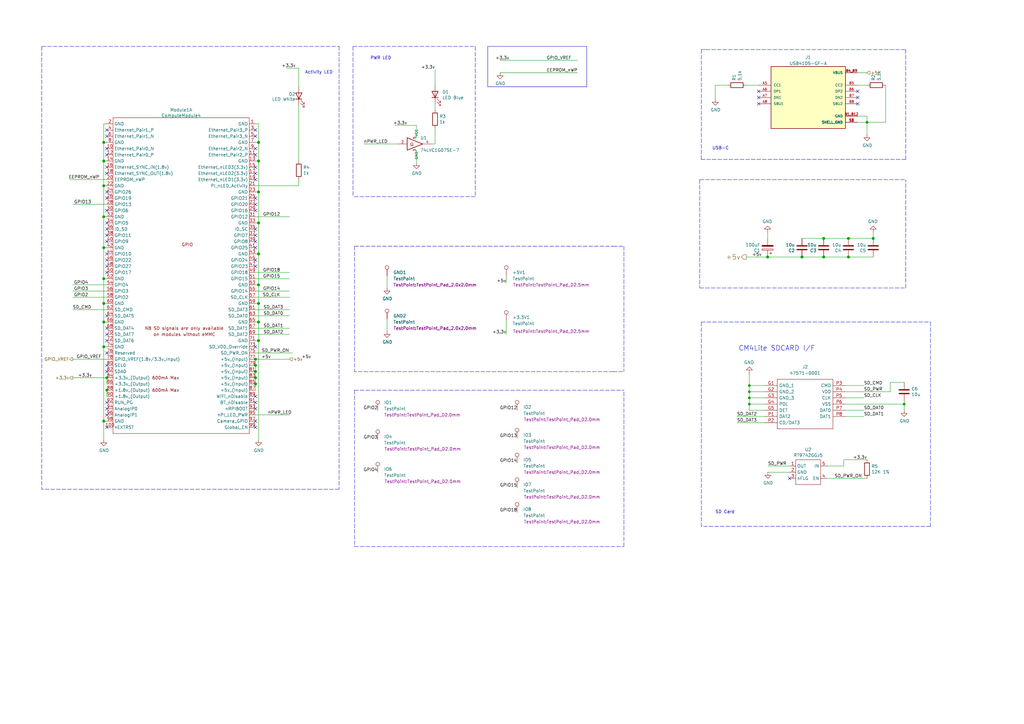
<source format=kicad_sch>
(kicad_sch (version 20211123) (generator eeschema)
  (paper "A3")
  (title_block (title "MinCab v2") (date "2021-11-07") (company "Uptime Lab") (comment 2 "Ivan Kuleshov"))
  (junction (at 104.775 152.4) (diameter 1.016))
  (junction (at 106.045 124.46) (diameter 1.016))
  (junction (at 42.545 88.9) (diameter 1.016))
  (junction (at 337.82 97.79) (diameter 1.016))
  (junction (at 355.6 50.165) (diameter 0.9144))
  (junction (at 42.545 58.42) (diameter 1.016))
  (junction (at 106.045 78.74) (diameter 1.016))
  (junction (at 42.545 124.46) (diameter 1.016))
  (junction (at 42.545 114.3) (diameter 1.016))
  (junction (at 106.045 66.04) (diameter 1.016))
  (junction (at 42.545 101.6) (diameter 1.016))
  (junction (at 43.815 154.94) (diameter 1.016))
  (junction (at 104.775 157.48) (diameter 1.016))
  (junction (at 370.84 165.735))
  (junction (at 328.93 105.41) (diameter 1.016))
  (junction (at 337.82 105.41) (diameter 1.016))
  (junction (at 43.815 160.02) (diameter 1.016))
  (junction (at 104.775 149.86) (diameter 1.016))
  (junction (at 42.545 142.24) (diameter 1.016))
  (junction (at 106.045 132.08) (diameter 1.016))
  (junction (at 307.34 158.115) (diameter 0.9144))
  (junction (at 358.14 97.79) (diameter 1.016))
  (junction (at 347.98 105.41) (diameter 1.016))
  (junction (at 42.545 172.72) (diameter 1.016))
  (junction (at 106.045 104.14) (diameter 1.016))
  (junction (at 307.34 165.735))
  (junction (at 104.775 147.32) (diameter 1.016))
  (junction (at 314.833 105.41) (diameter 1.016))
  (junction (at 106.045 91.44) (diameter 1.016))
  (junction (at 106.045 58.42) (diameter 1.016))
  (junction (at 104.775 154.94) (diameter 1.016))
  (junction (at 42.545 66.04) (diameter 1.016))
  (junction (at 347.98 97.79) (diameter 1.016))
  (junction (at 307.34 163.195))
  (junction (at 307.34 160.655) (diameter 0.9144))
  (junction (at 106.045 116.84) (diameter 1.016))
  (junction (at 106.045 139.7) (diameter 1.016))
  (junction (at 42.545 76.2) (diameter 1.016))
  (junction (at 42.545 132.08) (diameter 1.016))
  (no_connect (at 104.775 73.66))
  (no_connect (at 311.15 37.465))
  (no_connect (at 43.815 129.54))
  (no_connect (at 351.79 42.545))
  (no_connect (at 311.15 42.545))
  (no_connect (at 43.815 139.7))
  (no_connect (at 43.815 137.16))
  (no_connect (at 43.815 78.74))
  (no_connect (at 43.815 81.28))
  (no_connect (at 43.815 86.36))
  (no_connect (at 43.815 91.44))
  (no_connect (at 43.815 93.98))
  (no_connect (at 43.815 96.52))
  (no_connect (at 43.815 99.06))
  (no_connect (at 43.815 104.14))
  (no_connect (at 43.815 106.68))
  (no_connect (at 43.815 109.22))
  (no_connect (at 43.815 111.76))
  (no_connect (at 43.815 144.78))
  (no_connect (at 43.815 149.86))
  (no_connect (at 43.815 152.4))
  (no_connect (at 43.815 165.1))
  (no_connect (at 43.815 167.64))
  (no_connect (at 43.815 170.18))
  (no_connect (at 43.815 175.26))
  (no_connect (at 104.775 175.26))
  (no_connect (at 104.775 142.24))
  (no_connect (at 311.15 40.005))
  (no_connect (at 43.815 53.34))
  (no_connect (at 43.815 55.88))
  (no_connect (at 43.815 60.96))
  (no_connect (at 43.815 63.5))
  (no_connect (at 104.775 53.34))
  (no_connect (at 104.775 55.88))
  (no_connect (at 104.775 60.96))
  (no_connect (at 104.775 63.5))
  (no_connect (at 43.815 134.62))
  (no_connect (at 104.775 81.28))
  (no_connect (at 104.775 83.82))
  (no_connect (at 104.775 86.36))
  (no_connect (at 104.775 93.98))
  (no_connect (at 104.775 96.52))
  (no_connect (at 104.775 99.06))
  (no_connect (at 104.775 101.6))
  (no_connect (at 104.775 106.68))
  (no_connect (at 104.775 109.22))
  (no_connect (at 104.775 172.72))
  (no_connect (at 104.775 68.58))
  (no_connect (at 104.775 71.12))
  (no_connect (at 351.79 37.465))
  (no_connect (at 43.815 68.58))
  (no_connect (at 43.815 71.12))
  (no_connect (at 104.775 162.56))
  (no_connect (at 104.775 165.1))
  (no_connect (at 104.775 167.64))
  (no_connect (at 351.79 40.005))
  (no_connect (at 323.85 196.215))
  (wire (pts (xy 106.045 132.08) (xy 106.045 139.7)))
  (wire (pts (xy 346.075 191.135) (xy 339.09 191.135)))
  (wire (pts (xy 178.435 59.055) (xy 177.165 59.055)))
  (wire (pts (xy 42.545 124.46) (xy 42.545 132.08)))
  (wire (pts (xy 307.34 160.655) (xy 307.34 158.115)))
  (wire (pts (xy 43.815 162.56) (xy 43.815 160.02)))
  (wire (pts (xy 178.435 52.705) (xy 178.435 59.055)))
  (wire (pts (xy 42.545 88.9) (xy 42.545 101.6)))
  (wire (pts (xy 104.775 147.32) (xy 118.745 147.32)))
  (wire (pts (xy 29.845 119.38) (xy 43.815 119.38)))
  (polyline (pts (xy 145.415 100.965) (xy 145.415 152.4)))
  (polyline (pts (xy 145.415 100.965) (xy 251.46 100.965)))
  (polyline (pts (xy 251.46 152.4) (xy 145.415 152.4)))
  (polyline (pts (xy 255.905 100.965) (xy 255.905 152.4)))
  (wire (pts (xy 106.045 50.8) (xy 106.045 58.42)))
  (wire (pts (xy 106.045 66.04) (xy 106.045 78.74)))
  (wire (pts (xy 106.045 139.7) (xy 106.045 180.34)))
  (wire (pts (xy 328.93 97.79) (xy 337.82 97.79)))
  (polyline (pts (xy 201.295 19.05) (xy 240.665 19.05)) (stroke (width 0) (type solid)))
  (wire (pts (xy 29.845 147.32) (xy 43.815 147.32)))
  (wire (pts (xy 43.815 172.72) (xy 42.545 172.72)))
  (polyline (pts (xy 200.025 35.56) (xy 200.025 19.05)) (stroke (width 0) (type solid)))
  (wire (pts (xy 346.71 170.815) (xy 354.33 170.815)))
  (wire (pts (xy 158.75 113.03) (xy 158.75 118.11)))
  (wire (pts (xy 104.775 66.04) (xy 106.045 66.04)))
  (wire (pts (xy 158.75 130.81) (xy 158.75 135.89)))
  (wire (pts (xy 339.09 196.215) (xy 355.6 196.215)))
  (wire (pts (xy 104.775 58.42) (xy 106.045 58.42)))
  (polyline (pts (xy 381.635 215.9) (xy 287.655 215.9)))
  (wire (pts (xy 351.79 47.625) (xy 355.6 47.625)))
  (wire (pts (xy 355.6 47.625) (xy 355.6 50.165)))
  (wire (pts (xy 355.6 50.165) (xy 355.6 55.245)))
  (polyline (pts (xy 251.46 100.965) (xy 255.905 100.965)))
  (wire (pts (xy 149.225 59.055) (xy 163.195 59.055)))
  (wire (pts (xy 104.775 50.8) (xy 106.045 50.8)))
  (wire (pts (xy 104.775 129.54) (xy 118.745 129.54)))
  (wire (pts (xy 104.775 170.18) (xy 118.745 170.18)))
  (wire (pts (xy 347.98 97.79) (xy 358.14 97.79)))
  (wire (pts (xy 298.45 34.925) (xy 293.37 34.925)))
  (polyline (pts (xy 201.295 19.05) (xy 200.025 19.05)) (stroke (width 0) (type solid)))
  (polyline (pts (xy 145.415 160.02) (xy 145.415 224.155)))
  (polyline (pts (xy 145.415 160.02) (xy 255.905 160.02)))
  (polyline (pts (xy 145.415 224.155) (xy 255.905 224.155)))
  (polyline (pts (xy 255.905 224.155) (xy 255.905 160.02)))
  (polyline (pts (xy 381.635 132.08) (xy 381.635 215.9)))
  (wire (pts (xy 43.815 50.8) (xy 42.545 50.8)))
  (wire (pts (xy 106.045 124.46) (xy 106.045 132.08)))
  (wire (pts (xy 337.82 105.41) (xy 328.93 105.41)))
  (wire (pts (xy 104.775 147.32) (xy 104.775 149.86)))
  (wire (pts (xy 104.775 154.94) (xy 104.775 157.48)))
  (wire (pts (xy 42.545 101.6) (xy 43.815 101.6)))
  (wire (pts (xy 370.84 164.465) (xy 370.84 165.735)))
  (wire (pts (xy 370.84 165.735) (xy 370.84 168.275)))
  (wire (pts (xy 104.775 91.44) (xy 106.045 91.44)))
  (wire (pts (xy 337.82 97.79) (xy 347.98 97.79)))
  (wire (pts (xy 306.07 34.925) (xy 311.15 34.925)))
  (wire (pts (xy 307.34 168.275) (xy 307.34 165.735)))
  (wire (pts (xy 313.69 168.275) (xy 307.34 168.275)))
  (wire (pts (xy 346.71 158.115) (xy 354.33 158.115)))
  (wire (pts (xy 42.545 76.2) (xy 42.545 88.9)))
  (wire (pts (xy 104.775 137.16) (xy 118.745 137.16)))
  (wire (pts (xy 170.815 61.595) (xy 170.815 66.675)))
  (wire (pts (xy 42.545 142.24) (xy 43.815 142.24)))
  (wire (pts (xy 104.775 149.86) (xy 104.775 152.4)))
  (wire (pts (xy 307.34 158.115) (xy 307.34 153.035)))
  (wire (pts (xy 106.045 104.14) (xy 106.045 116.84)))
  (wire (pts (xy 351.79 29.845) (xy 355.6 29.845)))
  (wire (pts (xy 104.775 116.84) (xy 106.045 116.84)))
  (wire (pts (xy 42.545 101.6) (xy 42.545 114.3)))
  (wire (pts (xy 170.815 51.435) (xy 161.925 51.435)))
  (wire (pts (xy 328.93 105.41) (xy 314.833 105.41)))
  (wire (pts (xy 365.125 156.845) (xy 365.125 160.655)))
  (wire (pts (xy 370.84 156.845) (xy 365.125 156.845)))
  (wire (pts (xy 346.075 188.595) (xy 346.075 191.135)))
  (wire (pts (xy 178.435 28.575) (xy 178.435 34.925)))
  (wire (pts (xy 42.545 114.3) (xy 42.545 124.46)))
  (wire (pts (xy 205.105 29.845) (xy 236.855 29.845)))
  (wire (pts (xy 106.045 91.44) (xy 106.045 104.14)))
  (wire (pts (xy 122.555 76.2) (xy 122.555 73.66)))
  (wire (pts (xy 122.555 43.18) (xy 122.555 66.04)))
  (wire (pts (xy 314.833 97.79) (xy 314.833 95.25)))
  (wire (pts (xy 106.045 78.74) (xy 106.045 91.44)))
  (wire (pts (xy 43.815 66.04) (xy 42.545 66.04)))
  (wire (pts (xy 104.775 88.9) (xy 118.745 88.9)))
  (wire (pts (xy 207.645 113.03) (xy 207.645 116.205)))
  (wire (pts (xy 29.845 83.82) (xy 43.815 83.82)))
  (wire (pts (xy 293.37 34.925) (xy 293.37 40.64)))
  (wire (pts (xy 42.545 172.72) (xy 42.545 180.34)))
  (polyline (pts (xy 287.655 132.08) (xy 381.635 132.08)))
  (wire (pts (xy 42.545 114.3) (xy 43.815 114.3)))
  (wire (pts (xy 118.745 134.62) (xy 104.775 134.62)))
  (wire (pts (xy 104.775 114.3) (xy 118.745 114.3)))
  (wire (pts (xy 104.775 144.78) (xy 120.015 144.78)))
  (wire (pts (xy 117.475 27.94) (xy 122.555 27.94)))
  (wire (pts (xy 43.815 58.42) (xy 42.545 58.42)))
  (wire (pts (xy 346.71 165.735) (xy 370.84 165.735)))
  (polyline (pts (xy 287.655 132.08) (xy 287.655 215.9)))
  (wire (pts (xy 346.71 163.195) (xy 354.33 163.195)))
  (wire (pts (xy 302.26 173.355) (xy 313.69 173.355)))
  (wire (pts (xy 42.545 124.46) (xy 43.815 124.46)))
  (wire (pts (xy 42.545 132.08) (xy 42.545 142.24)))
  (wire (pts (xy 29.845 154.94) (xy 43.815 154.94)))
  (polyline (pts (xy 200.025 35.56) (xy 201.295 35.56)) (stroke (width 0) (type solid)))
  (wire (pts (xy 363.22 34.925) (xy 363.22 50.165)))
  (wire (pts (xy 363.22 50.165) (xy 355.6 50.165)))
  (wire (pts (xy 42.545 132.08) (xy 43.815 132.08)))
  (wire (pts (xy 323.85 193.675) (xy 314.96 193.675)))
  (wire (pts (xy 42.545 142.24) (xy 42.545 172.72)))
  (wire (pts (xy 170.815 56.515) (xy 170.815 51.435)))
  (wire (pts (xy 29.845 121.92) (xy 43.815 121.92)))
  (wire (pts (xy 178.435 42.545) (xy 178.435 45.085)))
  (wire (pts (xy 346.71 160.655) (xy 365.125 160.655)))
  (wire (pts (xy 302.26 170.815) (xy 313.69 170.815)))
  (wire (pts (xy 106.045 58.42) (xy 106.045 66.04)))
  (polyline (pts (xy 287.655 20.32) (xy 289.56 20.32)))
  (polyline (pts (xy 287.655 65.405) (xy 287.655 20.32)))
  (polyline (pts (xy 289.56 20.32) (xy 371.475 20.32)))
  (polyline (pts (xy 371.475 20.32) (xy 371.475 65.405)))
  (polyline (pts (xy 371.475 65.405) (xy 287.655 65.405)))
  (wire (pts (xy 43.815 160.02) (xy 44.069 160.02)))
  (wire (pts (xy 313.69 165.735) (xy 307.34 165.735)))
  (wire (pts (xy 42.545 88.9) (xy 43.815 88.9)))
  (wire (pts (xy 346.075 188.595) (xy 355.6 188.595)))
  (wire (pts (xy 104.775 124.46) (xy 106.045 124.46)))
  (wire (pts (xy 42.545 66.04) (xy 42.545 76.2)))
  (wire (pts (xy 358.14 97.79) (xy 358.14 95.25)))
  (wire (pts (xy 118.745 121.92) (xy 104.775 121.92)))
  (wire (pts (xy 29.845 116.84) (xy 43.815 116.84)))
  (wire (pts (xy 42.545 58.42) (xy 42.545 66.04)))
  (wire (pts (xy 307.34 158.115) (xy 313.69 158.115)))
  (wire (pts (xy 29.845 127) (xy 43.815 127)))
  (polyline (pts (xy 240.665 19.05) (xy 240.665 35.56)) (stroke (width 0) (type solid)))
  (wire (pts (xy 205.105 24.765) (xy 236.855 24.765)))
  (wire (pts (xy 207.645 131.445) (xy 207.645 137.16)))
  (wire (pts (xy 104.775 152.4) (xy 104.775 154.94)))
  (wire (pts (xy 118.745 127) (xy 104.775 127)))
  (polyline (pts (xy 240.665 35.56) (xy 201.295 35.56)) (stroke (width 0) (type solid)))
  (polyline (pts (xy 144.78 19.05) (xy 144.78 80.645)))
  (polyline (pts (xy 144.78 19.05) (xy 194.945 19.05)))
  (polyline (pts (xy 194.945 19.05) (xy 194.945 80.645)))
  (polyline (pts (xy 194.945 80.645) (xy 144.78 80.645)))
  (wire (pts (xy 313.69 160.655) (xy 307.34 160.655)))
  (wire (pts (xy 313.69 163.195) (xy 307.34 163.195)))
  (wire (pts (xy 104.775 104.14) (xy 106.045 104.14)))
  (polyline (pts (xy 251.46 152.4) (xy 255.905 152.4)))
  (wire (pts (xy 347.98 105.41) (xy 337.82 105.41)))
  (wire (pts (xy 307.34 160.655) (xy 307.34 163.195)))
  (wire (pts (xy 307.34 163.195) (xy 307.34 165.735)))
  (wire (pts (xy 351.79 50.165) (xy 355.6 50.165)))
  (wire (pts (xy 104.775 78.74) (xy 106.045 78.74)))
  (wire (pts (xy 323.85 191.135) (xy 314.96 191.135)))
  (wire (pts (xy 104.775 111.76) (xy 118.745 111.76)))
  (polyline (pts (xy 287.02 73.66) (xy 287.02 118.11)))
  (polyline (pts (xy 287.02 73.66) (xy 371.475 73.66)))
  (polyline (pts (xy 287.02 118.11) (xy 371.475 118.11)))
  (polyline (pts (xy 371.475 118.11) (xy 371.475 73.66)))
  (wire (pts (xy 42.545 76.2) (xy 43.815 76.2)))
  (wire (pts (xy 42.545 50.8) (xy 42.545 58.42)))
  (wire (pts (xy 351.79 34.925) (xy 355.6 34.925)))
  (wire (pts (xy 314.833 105.41) (xy 306.07 105.41)))
  (wire (pts (xy 122.555 27.94) (xy 122.555 35.56)))
  (polyline (pts (xy 17.145 19.05) (xy 17.145 200.66)))
  (polyline (pts (xy 17.145 19.05) (xy 139.065 19.05)))
  (polyline (pts (xy 139.065 19.05) (xy 139.065 200.66)))
  (polyline (pts (xy 139.065 200.66) (xy 17.145 200.66)))
  (wire (pts (xy 104.775 139.7) (xy 106.045 139.7)))
  (wire (pts (xy 28.575 73.66) (xy 43.815 73.66)))
  (wire (pts (xy 104.775 157.48) (xy 104.775 160.02)))
  (wire (pts (xy 106.045 116.84) (xy 106.045 124.46)))
  (wire (pts (xy 104.775 132.08) (xy 106.045 132.08)))
  (wire (pts (xy 104.775 76.2) (xy 122.555 76.2)))
  (wire (pts (xy 43.815 157.48) (xy 43.815 154.94)))
  (wire (pts (xy 358.14 105.41) (xy 347.98 105.41)))
  (wire (pts (xy 346.71 168.275) (xy 354.33 168.275)))
  (wire (pts (xy 104.775 119.38) (xy 118.745 119.38)))
  (text "SD Card" (at 293.37 210.82 0) (effects (font (size 1.27 1.27)) (justify left bottom)))
  (text "CM4Lite SDCARD I/F" (at 302.895 144.145 0) (effects (font (size 2.007 2.007)) (justify left bottom)))
  (text "Activity LED" (at 125.095 30.48 0) (effects (font (size 1.27 1.27)) (justify left bottom)))
  (text "USB-C" (at 292.1 61.595 0) (effects (font (size 1.27 1.27)) (justify left bottom)))
  (text "PWR LED" (at 151.892 24.638 0) (effects (font (size 1.27 1.27)) (justify left bottom)))
  (label "GPIO4" (at 36.195 116.84 180))
  (label "SD_CLK" (at 354.33 163.195 0))
  (label "+3.3v" (at 208.915 24.765 180))
  (label "+5v" (at 111.125 147.32 180))
  (label "GPIO2" (at 36.195 121.92 180))
  (label "GPIO_VREF" (at 31.369 147.32 0))
  (label "+3.3v" (at 167.005 51.435 180))
  (label "SD_PWR" (at 354.33 160.655 0))
  (label "SD_DAT3" (at 302.26 173.355 0))
  (label "GPIO12" (at 212.09 168.275 180))
  (label "SD_DAT2" (at 302.26 170.815 0))
  (label "SD_DAT2" (at 116.205 137.16 180))
  (label "+3.3v" (at 355.6 188.595 180))
  (label "SD_DAT0" (at 354.33 168.275 0))
  (label "GPIO_VREF" (at 224.155 24.765 0))
  (label "GPIO12" (at 114.935 88.9 180))
  (label "SD_CLK" (at 114.935 121.92 180))
  (label "SD_CMD" (at 354.33 158.115 0))
  (label "+5v" (at 127.635 147.32 180))
  (label "GPIO14" (at 212.09 189.865 180))
  (label "SD_DAT0" (at 116.205 129.54 180))
  (label "nPWR_LED" (at 109.855 170.18 0))
  (label "SD_PWR_ON" (at 342.265 196.215 0))
  (label "SD_DAT3" (at 116.205 127 180))
  (label "GPIO15" (at 114.935 114.3 180))
  (label "GPIO3" (at 154.94 180.34 180))
  (label "GPIO18" (at 212.09 210.185 180))
  (label "+3.3v" (at 37.719 154.94 180))
  (label "GPIO4" (at 154.94 193.675 180))
  (label "GPIO14" (at 114.935 119.38 180))
  (label "SD_DAT1" (at 116.205 134.62 180))
  (label "+5v" (at 312.42 105.41 180))
  (label "SD_DAT1" (at 354.33 170.815 0))
  (label "+3.3v" (at 178.435 28.575 180))
  (label "SD_PWR_ON" (at 107.315 144.78 0))
  (label "GPIO13" (at 212.09 179.705 180))
  (label "+3.3v" (at 121.285 27.94 180))
  (label "GPIO15" (at 212.09 200.025 180))
  (label "+5v" (at 207.645 116.205 180))
  (label "EEPROM_nWP" (at 40.767 73.66 180))
  (label "GPIO18" (at 114.935 111.76 180))
  (label "+3.3v" (at 207.645 137.16 180))
  (label "GPIO2" (at 154.94 168.275 180))
  (label "GPIO13" (at 37.465 83.82 180))
  (label "GPIO3" (at 36.195 119.38 180))
  (label "EEPROM_nWP" (at 236.855 29.845 180))
  (label "nPWR_LED" (at 149.225 59.055 0))
  (label "SD_PWR" (at 314.96 191.135 0))
  (label "SD_CMD" (at 37.465 127 180))
  (hierarchical_label "+5v" (shape output) (at 306.07 105.41 180) (effects (font (size 2.0066 2.0066))))
  (hierarchical_label "+5v" (shape input) (at 118.745 147.32 0))
  (hierarchical_label "GPIO_VREF" (shape output) (at 29.845 147.32 180))
  (hierarchical_label "+5v" (shape input) (at 355.6 29.845 0))
  (hierarchical_label "+3.3v" (shape output) (at 29.845 154.94 180))
  (symbol (lib_id "power:GND") (at 158.75 135.89 0) (unit 1)
    (property "Reference" "#PWR08" (effects hide))
    (property "Value" "GND" (at 158.877 140.2842 0))
  )
  (symbol (lib_id "USB4105-GF-A:USB4105-GF-A") (at 331.47 40.005 0) (unit 1)
    (property "Reference" "J1" (at 331.47 23.495 0))
    (property "Value" "USB4105-GF-A" (at 331.47 26.035 0))
    (property "Footprint" "GCT_USB4105-GF-A" (effects hide))
    (property "STANDARD" "Manufacturer Recommendations" (effects hide))
    (property "MAXIMUM_PACKAGE_HEIGHT" "3.31 mm" (effects hide))
    (property "PARTREV" "A3" (effects hide))
    (property "MANUFACTURER" "GCT" (effects hide))
  )
  (symbol (lib_id "Device:C") (at 370.84 160.655 0) (unit 1)
    (property "Reference" "C6" (at 373.761 159.4866 0) (effects (justify left)))
    (property "Value" "10u" (at 373.761 161.798 0) (effects (justify left)))
    (property "Footprint" "Capacitor_SMD:C_0603_1608Metric_Pad1.08x0.95mm_HandSolder" (effects hide))
    (property "Datasheet" "https://search.murata.co.jp/Ceramy/image/img/A01X/G101/ENG/GRM21BR71A106KA73-01.pdf" (effects hide))
    (property "Field5" "490-14381-1-ND" (effects hide))
    (property "Field4" "Digikey" (effects hide))
    (property "Field6" "GRM21BR71A106KA73L" (effects hide))
    (property "Field7" "Murata" (effects hide))
    (property "Part Description" "	10uF 10% 10V Ceramic Capacitor X7R 0805 (2012 Metric)" (effects hide))
    (property "Field8" "111893011" (effects hide))
  )
  (symbol (lib_id "Connector:TestPoint") (at 212.09 168.275 0) (unit 1)
    (property "Reference" "IO2" (at 214.63 167.005 0) (effects (justify left)))
    (property "Value" "TestPoint" (at 214.63 169.545 0) (effects (justify left)))
    (property "Footprint" "TestPoint:TestPoint_Pad_D2.0mm" (at 230.505 172.085 0))
  )
  (symbol (lib_id "Device:C") (at 347.98 101.6 180) (unit 1)
    (property "Reference" "C4" (at 345.059 102.7684 0) (effects (justify left)))
    (property "Value" "10u" (at 345.059 100.457 0) (effects (justify left)))
    (property "Footprint" "Capacitor_SMD:C_0805_2012Metric" (effects hide))
    (property "Datasheet" "https://search.murata.co.jp/Ceramy/image/img/A01X/G101/ENG/GRM21BR71A106KA73-01.pdf" (effects hide))
    (property "Field5" "490-14381-1-ND" (effects hide))
    (property "Field4" "Digikey" (effects hide))
    (property "Field6" "GRM21BR71A106KA73L" (effects hide))
    (property "Field7" "Murata" (effects hide))
    (property "Part Description" "	10uF 10% 10V Ceramic Capacitor X7R 0805 (2012 Metric)" (effects hide))
    (property "Field8" "111893011" (effects hide))
  )
  (symbol (lib_id "Device:CP") (at 314.833 101.6 180) (unit 1)
    (property "Reference" "C1" (at 311.8358 102.743 0) (effects (justify left)))
    (property "Value" "100uF" (at 311.8358 100.457 0) (effects (justify left)))
    (property "Footprint" "Capacitor_Tantalum_SMD:CP_EIA-7343-31_Kemet-D" (effects hide))
    (property "Field4" "Mouser" (effects hide))
    (property "Field5" "667-EEF-CX0J101R" (effects hide))
    (property "Part Description" "Capacitor, SP-Cap, 100u, 6.3V, 15mR ESR" (effects hide))
  )
  (symbol (lib_id "Connector:TestPoint") (at 212.09 210.185 0) (unit 1)
    (property "Reference" "IO8" (at 214.63 208.915 0) (effects (justify left)))
    (property "Value" "TestPoint" (at 214.63 211.455 0) (effects (justify left)))
    (property "Footprint" "TestPoint:TestPoint_Pad_D2.0mm" (at 230.505 213.995 0))
  )
  (symbol (lib_id "Connector:TestPoint") (at 212.09 179.705 0) (unit 1)
    (property "Reference" "IO3" (at 214.63 178.435 0) (effects (justify left)))
    (property "Value" "TestPoint" (at 214.63 180.975 0) (effects (justify left)))
    (property "Footprint" "TestPoint:TestPoint_Pad_D2.0mm" (at 230.505 183.515 0))
  )
  (symbol (lib_id "Device:LED") (at 178.435 38.735 90) (unit 1)
    (property "Reference" "D1" (at 181.4068 37.7444 90) (effects (justify right)))
    (property "Value" "LED Blue" (at 181.4068 40.0558 90) (effects (justify right)))
    (property "Footprint" "LED_SMD:LED_0603_1608Metric" (effects hide))
    (property "Datasheet" "http://optoelectronics.liteon.com/upload/download/DS22-2000-226/LTST-S270KGKT.pdf" (effects hide))
    (property "Field4" "Digikey " (effects hide))
    (property "Field5" "LTST-S270KGKT" (effects hide))
    (property "Field6" "SML-A12M8TT86N" (effects hide))
    (property "Field7" "Rohm" (effects hide))
    (property "Field8" "650263301" (effects hide))
    (property "Part Description" "	Green 572nm LED Indication - Discrete 2.2V 2-SMD, No Lead" (effects hide))
  )
  (symbol (lib_id "power:GND") (at 205.105 29.845 0) (unit 1)
    (property "Reference" "#PWR01" (effects hide))
    (property "Value" "GND" (at 205.232 34.2392 0))
  )
  (symbol (lib_id "power:GND") (at 314.96 193.675 0) (unit 1)
    (property "Reference" "#PWR013" (effects hide))
    (property "Value" "GND" (at 315.087 198.0692 0))
  )
  (symbol (lib_id "Connector:TestPoint") (at 207.645 113.03 0) (unit 1)
    (property "Reference" "+5V1" (at 210.185 111.76 0) (effects (justify left)))
    (property "Value" "TestPoint" (at 210.185 114.3 0) (effects (justify left)))
    (property "Footprint" "TestPoint:TestPoint_Pad_D2.5mm" (at 226.06 116.84 0))
  )
  (symbol (lib_id "power:GND") (at 355.6 55.245 0) (unit 1)
    (property "Reference" "#PWR03" (effects hide))
    (property "Value" "GND" (at 355.727 59.6392 0))
  )
  (symbol (lib_id "power:GND") (at 158.75 118.11 0) (unit 1)
    (property "Reference" "#PWR07" (effects hide))
    (property "Value" "GND" (at 158.877 122.5042 0))
  )
  (symbol (lib_id "power:GND") (at 42.545 180.34 0) (unit 1)
    (property "Reference" "#PWR011" (effects hide))
    (property "Value" "GND" (at 42.672 184.7342 0))
  )
  (symbol (lib_id "Connector:TestPoint") (at 207.645 131.445 0) (unit 1)
    (property "Reference" "+3.3V1" (at 210.185 130.175 0) (effects (justify left)))
    (property "Value" "TestPoint" (at 210.185 132.715 0) (effects (justify left)))
    (property "Footprint" "TestPoint:TestPoint_Pad_D2.5mm" (at 226.06 135.89 0))
  )
  (symbol (lib_id "Device:C") (at 358.14 101.6 180) (unit 1)
    (property "Reference" "C5" (at 355.219 102.7684 0) (effects (justify left)))
    (property "Value" "10u" (at 355.219 100.457 0) (effects (justify left)))
    (property "Footprint" "Capacitor_SMD:C_0805_2012Metric" (effects hide))
    (property "Datasheet" "https://search.murata.co.jp/Ceramy/image/img/A01X/G101/ENG/GRM21BR71A106KA73-01.pdf" (effects hide))
    (property "Field5" "490-14381-1-ND" (effects hide))
    (property "Field4" "Digikey" (effects hide))
    (property "Field6" "GRM21BR71A106KA73L" (effects hide))
    (property "Field7" "Murata" (effects hide))
    (property "Part Description" "	10uF 10% 10V Ceramic Capacitor X7R 0805 (2012 Metric)" (effects hide))
    (property "Field8" "111893011" (effects hide))
  )
  (symbol (lib_id "Device:R") (at 178.435 48.895 0) (unit 1)
    (property "Reference" "R3" (at 180.213 47.7266 0) (effects (justify left)))
    (property "Value" "1k" (at 180.213 50.038 0) (effects (justify left)))
    (property "Footprint" "Resistor_SMD:R_0603_1608Metric_Pad0.98x0.95mm_HandSolder" (effects hide))
    (property "Datasheet" "https://fscdn.rohm.com/en/products/databook/datasheet/passive/resistor/chip_resistor/mcr-e.pdf" (effects hide))
    (property "Field4" "Farnell" (effects hide))
    (property "Field5" "9239235" (effects hide))
    (property "Field7" "KOA EUROPE GMBH" (effects hide))
    (property "Field6" "RK73H1ETTP1001F" (effects hide))
    (property "Part Description" "Resistor 1K M1005 1% 63mW" (effects hide))
    (property "Field8" "125049511" (effects hide))
  )
  (symbol (lib_id "Device:R") (at 355.6 192.405 0) (unit 1)
    (property "Reference" "R5" (at 357.378 191.2366 0) (effects (justify left)))
    (property "Value" "12K 1%" (at 357.378 193.548 0) (effects (justify left)))
    (property "Footprint" "Resistor_SMD:R_0603_1608Metric_Pad0.98x0.95mm_HandSolder" (effects hide))
    (property "Datasheet" "https://fscdn.rohm.com/en/products/databook/datasheet/passive/resistor/chip_resistor/mcr-e.pdf" (effects hide))
    (property "Field4" "Farnell" (effects hide))
    (property "Field5" "9239367" (effects hide))
    (property "Field7" "Rohm" (effects hide))
    (property "Field6" "MCR01MZPF1202" (effects hide))
    (property "Part Description" "Resistor 12K M1005 1% 63mW" (effects hide))
  )
  (symbol (lib_id "SamacSys_Parts:47571-0001") (at 313.69 158.115 0) (unit 1)
    (property "Reference" "J2" (at 330.2 150.495 0))
    (property "Value" "47571-0001" (at 330.2 153.035 0))
    (property "Footprint" "475710001" (effects hide))
    (property "Datasheet" "https://componentsearchengine.com/Datasheets/2/47571-0001.pdf" (effects hide))
    (property "Description" "Memory Card Connectors ASSY FOR TFR HEADER HEADER W/DETECT PIN" (effects hide))
    (property "Height" "2.3" (effects hide))
    (property "Mouser Part Number" "538-47571-0001" (effects hide))
    (property "Mouser Price/Stock" "https://www.mouser.co.uk/ProductDetail/Molex/47571-0001?qs=qM7ngqbhX5UTJOg9nqKLJQ%3D%3D" (effects hide))
    (property "Manufacturer_Name" "Molex" (effects hide))
    (property "Manufacturer_Part_Number" "47571-0001" (effects hide))
  )
  (symbol (lib_id "Connector:TestPoint") (at 212.09 200.025 0) (unit 1)
    (property "Reference" "IO7" (at 214.63 198.755 0) (effects (justify left)))
    (property "Value" "TestPoint" (at 214.63 201.295 0) (effects (justify left)))
    (property "Footprint" "TestPoint:TestPoint_Pad_D2.0mm" (at 230.505 203.835 0))
  )
  (symbol (lib_id "power:GND") (at 307.34 153.035 180) (unit 1)
    (property "Reference" "#PWR09" (effects hide))
    (property "Value" "GND" (at 307.213 148.6408 0))
  )
  (symbol (lib_id "Connector:TestPoint") (at 212.09 189.865 0) (unit 1)
    (property "Reference" "IO5" (at 214.63 188.595 0) (effects (justify left)))
    (property "Value" "TestPoint" (at 214.63 191.135 0) (effects (justify left)))
    (property "Footprint" "TestPoint:TestPoint_Pad_D2.0mm" (at 230.505 193.675 0))
  )
  (symbol (lib_id "CM4IO:RT9742GGJ5") (at 332.74 201.295 0) (unit 1)
    (property "Reference" "U2" (at 331.47 184.404 0))
    (property "Value" "RT9742GGJ5" (at 331.47 186.7154 0))
    (property "Footprint" "Package_TO_SOT_SMD:SOT-23-5" (effects hide))
    (property "Datasheet" "https://www.richtek.com/assets/product_file/RT9742/DS9742-00.pdf" (effects hide))
    (property "Field4" "Farnell" (effects hide))
    (property "Field5" "	2545875" (effects hide))
    (property "Field6" "RT9742GGJ5" (effects hide))
    (property "Field7" "RichTek" (effects hide))
    (property "Field8" "USWI00166" (effects hide))
    (property "Part Description" "	Power Switch/Driver 1:1 N-Channel 1A TSOT-23-5" (effects hide))
  )
  (symbol (lib_id "CM4IO:74LVC1G07_copy") (at 170.815 59.055 0) (unit 1)
    (property "Reference" "U1" (at 172.339 56.515 0) (effects (justify left)))
    (property "Value" "74LVC1G07SE-7" (at 172.339 61.595 0) (effects (justify left)))
    (property "Footprint" "Package_TO_SOT_SMD:SOT-353_SC-70-5" (effects hide))
    (property "Datasheet" "https://www.diodes.com/assets/Datasheets/74LVC1G07.pdf" (effects hide))
    (property "Field4" "Farnell" (effects hide))
    (property "Field5" "2425492" (effects hide))
    (property "Field6" "74LVC1G07SE-7" (effects hide))
    (property "Field7" "Diodes" (effects hide))
    (property "Part Description" "Buffer, Non-Inverting 1 Element 1 Bit per Element Open Drain Output SOT-353" (effects hide))
  )
  (symbol (lib_id "Connector:TestPoint") (at 158.75 130.81 0) (unit 1)
    (property "Reference" "GND2" (at 161.29 129.54 0) (effects (justify left)))
    (property "Value" "TestPoint" (at 161.29 132.08 0) (effects (justify left)))
    (property "Footprint" "TestPoint:TestPoint_Pad_2.0x2.0mm" (at 178.435 134.62 0))
  )
  (symbol (lib_id "Device:R") (at 302.26 34.925 90) (unit 1)
    (property "Reference" "R1" (at 301.0916 33.147 0) (effects (justify left)))
    (property "Value" "5.1k" (at 303.403 33.147 0) (effects (justify left)))
    (property "Footprint" "Resistor_SMD:R_0603_1608Metric_Pad0.98x0.95mm_HandSolder" (effects hide))
    (property "Datasheet" "https://fscdn.rohm.com/en/products/databook/datasheet/passive/resistor/chip_resistor/mcr-e.pdf" (effects hide))
    (property "Field4" "Farnell" (effects hide))
    (property "Field5" "9239235" (effects hide))
    (property "Field7" "KOA EUROPE GMBH" (effects hide))
    (property "Field6" "RK73H1ETTP1001F" (effects hide))
    (property "Part Description" "Resistor 1K M1005 1% 63mW" (effects hide))
    (property "Field8" "125049511" (effects hide))
  )
  (symbol (lib_id "Device:R") (at 122.555 69.85 0) (unit 1)
    (property "Reference" "R4" (at 124.333 68.6816 0) (effects (justify left)))
    (property "Value" "1k" (at 124.333 70.993 0) (effects (justify left)))
    (property "Footprint" "Resistor_SMD:R_0603_1608Metric_Pad0.98x0.95mm_HandSolder" (effects hide))
    (property "Datasheet" "https://fscdn.rohm.com/en/products/databook/datasheet/passive/resistor/chip_resistor/mcr-e.pdf" (effects hide))
    (property "Field4" "Farnell" (effects hide))
    (property "Field5" "9239235" (effects hide))
    (property "Field7" "KOA EUROPE GMBH" (effects hide))
    (property "Field6" "RK73H1ETTP1001F" (effects hide))
    (property "Part Description" "Resistor 1K M1005 1% 63mW" (effects hide))
    (property "Field8" "125049511" (effects hide))
  )
  (symbol (lib_id "Connector:TestPoint") (at 154.94 168.275 0) (unit 1)
    (property "Reference" "IO1" (at 157.48 165.1 0) (effects (justify left)))
    (property "Value" "TestPoint" (at 157.48 167.64 0) (effects (justify left)))
    (property "Footprint" "TestPoint:TestPoint_Pad_D2.0mm" (at 157.48 170.18 0) (effects (justify left)))
  )
  (symbol (lib_id "power:GND") (at 370.84 168.275 0) (unit 1)
    (property "Reference" "#PWR010" (effects hide))
    (property "Value" "GND" (at 370.967 172.6692 0))
  )
  (symbol (lib_id "CM4IO:ComputeModule4-CM4") (at 76.835 106.68 0) (unit 1)
    (property "Reference" "Module1" (at 74.295 45.085 0))
    (property "Value" "ComputeModule4" (at 74.295 47.3964 0))
    (property "Footprint" "CM4IO:Raspberry-Pi-4-Compute-Module" (effects hide))
    (property "Field4" "Hirose" (effects hide))
    (property "Field5" "2off DF40C-100DS-0.4V" (effects hide))
    (property "Field6" "2off DF40C-100DS-0.4V" (effects hide))
    (property "Field7" "Hirose" (effects hide))
    (property "Part Description" "	100 Position Connector Receptacle, Center Strip Contacts Surface Mount Gold" (effects hide))
  )
  (symbol (lib_id "Device:LED") (at 122.555 39.37 90) (unit 1)
    (property "Reference" "D2" (at 118.451 38.6202 90) (effects (justify right)))
    (property "Value" "LED White" (at 111.5568 40.6908 90) (effects (justify right)))
    (property "Footprint" "LED_SMD:LED_0603_1608Metric" (effects hide))
    (property "Datasheet" "http://optoelectronics.liteon.com/upload/download/DS22-2000-226/LTST-S270KGKT.pdf" (effects hide))
    (property "Field4" "Digikey " (effects hide))
    (property "Field5" "LTST-S270KGKT" (effects hide))
    (property "Field6" "SML-A12M8TT86N" (effects hide))
    (property "Field7" "Rohm" (effects hide))
    (property "Field8" "650263301" (effects hide))
    (property "Part Description" "	Green 572nm LED Indication - Discrete 2.2V 2-SMD, No Lead" (effects hide))
  )
  (symbol (lib_id "power:GND") (at 358.14 95.25 180) (unit 1)
    (property "Reference" "#PWR06" (effects hide))
    (property "Value" "GND" (at 358.013 90.8558 0))
  )
  (symbol (lib_id "Connector:TestPoint") (at 154.94 180.34 0) (unit 1)
    (property "Reference" "IO4" (at 157.48 179.07 0) (effects (justify left)))
    (property "Value" "TestPoint" (at 157.48 181.61 0) (effects (justify left)))
    (property "Footprint" "TestPoint:TestPoint_Pad_D2.0mm" (at 173.355 184.15 0))
  )
  (symbol (lib_id "power:GND") (at 293.37 40.64 0) (unit 1)
    (property "Reference" "#PWR02" (effects hide))
    (property "Value" "GND" (at 293.497 45.0342 0))
  )
  (symbol (lib_id "Connector:TestPoint") (at 154.94 193.675 0) (unit 1)
    (property "Reference" "IO6" (at 157.48 192.405 0) (effects (justify left)))
    (property "Value" "TestPoint" (at 157.48 194.945 0) (effects (justify left)))
    (property "Footprint" "TestPoint:TestPoint_Pad_D2.0mm" (at 173.355 197.485 0))
  )
  (symbol (lib_id "power:GND") (at 314.833 95.25 180) (unit 1)
    (property "Reference" "#PWR05" (effects hide))
    (property "Value" "GND" (at 314.706 90.8558 0))
  )
  (symbol (lib_id "power:GND") (at 170.815 66.675 0) (unit 1)
    (property "Reference" "#PWR04" (effects hide))
    (property "Value" "GND" (at 170.942 71.0692 0))
  )
  (symbol (lib_id "Connector:TestPoint") (at 158.75 113.03 0) (unit 1)
    (property "Reference" "GND1" (at 161.29 111.76 0) (effects (justify left)))
    (property "Value" "TestPoint" (at 161.29 114.3 0) (effects (justify left)))
    (property "Footprint" "TestPoint:TestPoint_Pad_2.0x2.0mm" (at 178.435 116.84 0))
  )
  (symbol (lib_id "power:GND") (at 106.045 180.34 0) (unit 1)
    (property "Reference" "#PWR012" (effects hide))
    (property "Value" "GND" (at 106.172 184.7342 0))
  )
  (symbol (lib_id "Device:C") (at 337.82 101.6 180) (unit 1)
    (property "Reference" "C3" (at 334.899 102.7684 0) (effects (justify left)))
    (property "Value" "10u" (at 334.899 100.457 0) (effects (justify left)))
    (property "Footprint" "Capacitor_SMD:C_0805_2012Metric" (effects hide))
    (property "Datasheet" "https://search.murata.co.jp/Ceramy/image/img/A01X/G101/ENG/GRM21BR71A106KA73-01.pdf" (effects hide))
    (property "Field5" "490-14381-1-ND" (effects hide))
    (property "Field4" "Digikey" (effects hide))
    (property "Field6" "GRM21BR71A106KA73L" (effects hide))
    (property "Field7" "Murata" (effects hide))
    (property "Part Description" "	10uF 10% 10V Ceramic Capacitor X7R 0805 (2012 Metric)" (effects hide))
    (property "Field8" "111893011" (effects hide))
  )
  (symbol (lib_id "Device:R") (at 359.41 34.925 90) (unit 1)
    (property "Reference" "R2" (at 358.2416 33.147 0) (effects (justify left)))
    (property "Value" "5.1k" (at 360.553 33.147 0) (effects (justify left)))
    (property "Footprint" "Resistor_SMD:R_0603_1608Metric_Pad0.98x0.95mm_HandSolder" (effects hide))
    (property "Datasheet" "https://fscdn.rohm.com/en/products/databook/datasheet/passive/resistor/chip_resistor/mcr-e.pdf" (effects hide))
    (property "Field4" "Farnell" (effects hide))
    (property "Field5" "9239235" (effects hide))
    (property "Field7" "KOA EUROPE GMBH" (effects hide))
    (property "Field6" "RK73H1ETTP1001F" (effects hide))
    (property "Part Description" "Resistor 1K M1005 1% 63mW" (effects hide))
    (property "Field8" "125049511" (effects hide))
  )
  (symbol (lib_id "Device:C") (at 328.93 101.6 180) (unit 1)
    (property "Reference" "C2" (at 326.009 102.7684 0) (effects (justify left)))
    (property "Value" "10u" (at 326.009 100.457 0) (effects (justify left)))
    (property "Footprint" "Capacitor_SMD:C_0805_2012Metric" (effects hide))
    (property "Datasheet" "https://search.murata.co.jp/Ceramy/image/img/A01X/G101/ENG/GRM21BR71A106KA73-01.pdf" (effects hide))
    (property "Field5" "490-14381-1-ND" (effects hide))
    (property "Field4" "Digikey" (effects hide))
    (property "Field6" "GRM21BR71A106KA73L" (effects hide))
    (property "Field7" "Murata" (effects hide))
    (property "Part Description" "	10uF 10% 10V Ceramic Capacitor X7R 0805 (2012 Metric)" (effects hide))
    (property "Field8" "111893011" (effects hide))
  )
)
</source>
